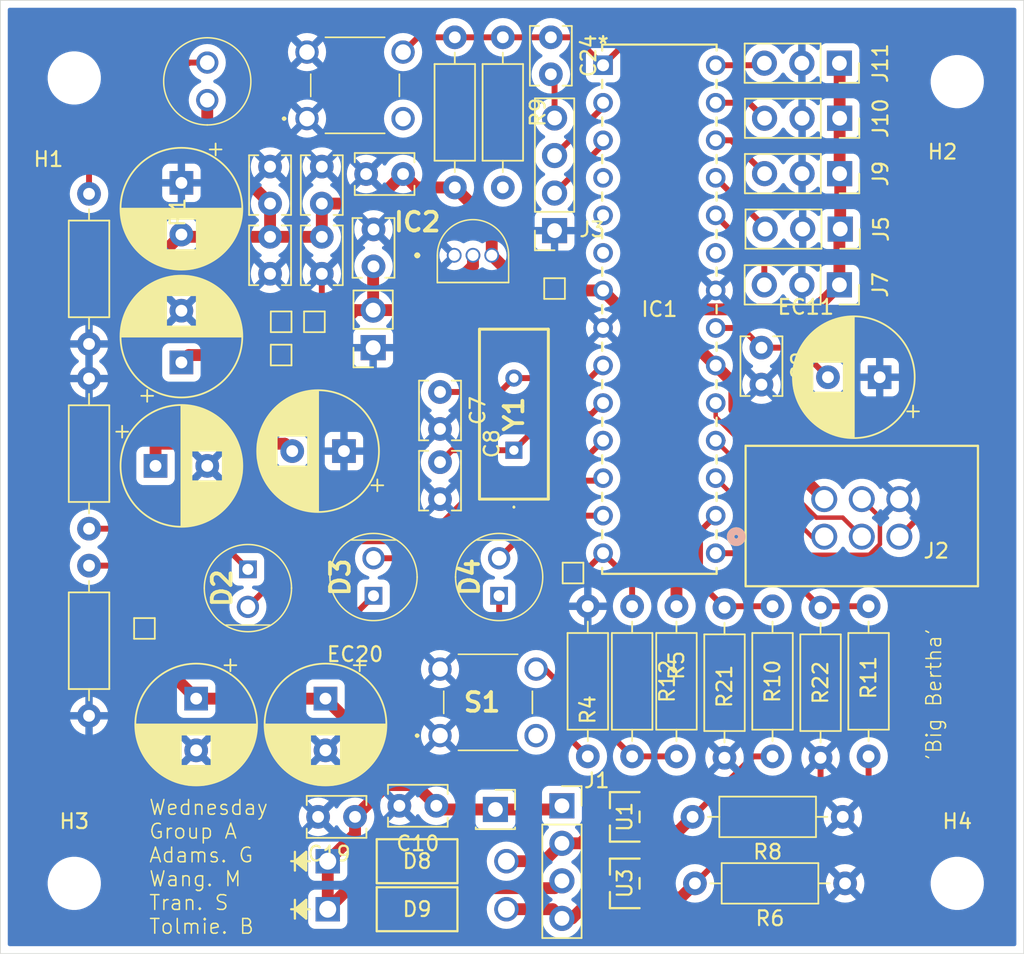
<source format=kicad_pcb>
(kicad_pcb (version 20240108) (generator "pcbnew") (generator_version "8.0")
  (title_block (title "MAIN PCB LAYOUT") (date "24/09/2024") (rev "3") (company "ENMT221") (comment 1 "SARAH TRAN"))
  (layers (0 "F.Cu" signal) (31 "B.Cu" signal) (34 "B.Paste" user) (35 "F.Paste" user) (36 "B.SilkS" user "B.Silkscreen") (37 "F.SilkS" user "F.Silkscreen") (38 "B.Mask" user) (39 "F.Mask" user) (44 "Edge.Cuts" user))
  (net 0 "")
  (net 1 "RESET")
  (net 2 "AVCC")
  (net 3 "GND")
  (net 4 "XIN")
  (net 5 "XOUT")
  (net 6 "Net-(IC1-AREF)")
  (net 7 "Net-(J3-Pin_4)")
  (net 8 "Net-(D1-K)")
  (net 9 "Net-(D2-K)")
  (net 10 "STAT1")
  (net 11 "STAT2")
  (net 12 "Net-(D3-K)")
  (net 13 "Net-(D4-K)")
  (net 14 "STAT3")
  (net 15 "Net-(D8-A)")
  (net 17 "MISO")
  (net 18 "Sensor2")
  (net 19 "Motor 1")
  (net 21 "MOTOR_CONTROL")
  (net 22 "Net-(IC1-(PCINT16{slash}RXD)_PD0)")
  (net 23 "SCK")
  (net 24 "Sensor3")
  (net 25 "Sensor4")
  (net 26 "MOSI")
  (net 27 "Sensor5")
  (net 28 "Net-(IC1-(PCINT17{slash}TXD)_PD1)")
  (net 30 "Motor 2")
  (net 32 "Net-(R10-Pad1)")
  (net 33 "Net-(R11-Pad2)")
  (net 36 "Net-(D9-A)")
  (net 37 "UnREG")
  (net 38 "Net-(D8-K)")
  (net 39 "Sensor1")
  (net 40 "Net-(S1-NO_1)")
  (net 41 "Net-(S2-NO_1)")
  (footprint "Capacitor_THT:C_Disc_D3.8mm_W2.6mm_P2.50mm" (layer "F.Cu") (at 155.25 114.25 180)
    (property "Reference" "C19" (at 1.75 -2.5 0) (layer "F.SilkS"))
    (property "Value" "100n" (hide yes))
    (pad "1" thru_hole circle (at 0 0 180) (size 1.6 1.6) (drill 0.8) (layers "*.Cu" "*.Mask") (net 38 "Net-(D8-K)"))
    (pad "2" thru_hole circle (at 2.5 0 180) (size 1.6 1.6) (drill 0.8) (layers "*.Cu" "*.Mask") (net 3 "GND"))
  )
  (footprint "Capacitor_THT:CP_Radial_D8.0mm_P3.50mm" (layer "F.Cu") (at 154.5 89.5 180)
    (property "Reference" "EC17" (hide yes))
    (property "Value" "1uF" (hide yes))
    (pad "1" thru_hole rect (at 0 0 180) (size 1.6 1.6) (drill 0.8) (layers "*.Cu" "*.Mask") (net 3 "GND"))
    (pad "2" thru_hole circle (at 3.5 0 180) (size 1.6 1.6) (drill 0.8) (layers "*.Cu" "*.Mask") (net 2 "AVCC"))
  )
  (footprint "Connector_PinSocket_2.54mm:PinSocket_1x03_P2.54mm_Vertical" (layer "F.Cu") (at 188.025 78.25 -90)
    (property "Reference" "J7" (at 0 -2.77 90) (layer "F.SilkS"))
    (property "Value" "Conn_01x03")
    (pad "1" thru_hole rect (at 0 0 270) (size 1.7 1.7) (drill 1) (layers "*.Cu" "*.Mask") (net 2 "AVCC"))
    (pad "2" thru_hole oval (at 0 2.54 270) (size 1.7 1.7) (drill 1) (layers "*.Cu" "*.Mask") (net 3 "GND"))
    (pad "3" thru_hole oval (at 0 5.08 270) (size 1.7 1.7) (drill 1) (layers "*.Cu" "*.Mask") (net 27 "Sensor5"))
  )
  (footprint "LFR_Footprints.prett:151051BS04000" (layer "F.Cu") (at 148 97.5 -90)
    (property "Reference" "D2" (at 1.27 1.75 90) (layer "F.SilkS") (effects (font (size 1.27 1.27) (thickness 0.254))))
    (property "Value" "LED" (hide yes))
    (pad "1" thru_hole rect (at 0 0 270) (size 1.2 1.2) (drill 0.75) (layers "*.Cu" "*.Mask") (net 9 "Net-(D2-K)"))
    (pad "2" thru_hole circle (at 2.54 0 270) (size 1.5 1.5) (drill 1) (layers "*.Cu" "*.Mask") (net 10 "STAT1"))
  )
  (footprint "LFR_Footprints.prett:Diode" (layer "F.Cu") (at 153.4033 120.5)
    (property "Reference" "D9" (at 6.0452 0 0) (layer "F.SilkS"))
    (property "Value" "1N4004" (hide yes))
    (pad "1" thru_hole rect (at 0 0) (size 1.651 1.651) (drill 1.143) (layers "*.Cu" "*.Mask") (net 38 "Net-(D8-K)"))
    (pad "2" thru_hole circle (at 12.0904 0) (size 1.651 1.651) (drill 1.143) (layers "*.Cu" "*.Mask") (net 36 "Net-(D9-A)"))
  )
  (footprint "LFR_Footprints.prett:Throughhole Resistor" (layer "F.Cu") (at 137.25 94.75 90)
    (property "Reference" "R2" (hide yes))
    (property "Value" "130")
    (pad "1" thru_hole circle (at 0 0 90) (size 1.6 1.6) (drill 0.8) (layers "*.Cu" "*.Mask") (net 9 "Net-(D2-K)"))
    (pad "2" thru_hole oval (at 10.16 0 90) (size 1.6 1.6) (drill 0.8) (layers "*.Cu" "*.Mask") (net 3 "GND"))
  )
  (footprint "LFR_Footprints.prett:Surface Mount MOSFET" (layer "F.Cu") (at 173.5 118.75 90)
    (property "Reference" "U3" (at 0 0 90) (layer "F.SilkS"))
    (property "Value" "BSR802NL6327HTSA1" (hide yes))
    (pad "1" smd rect (at -0.950001 1.1938 90) (size 0.508 1.3208) (layers "F.Cu" "F.Paste" "F.Mask") (net 33 "Net-(R11-Pad2)"))
    (pad "2" smd rect (at 0.950001 1.1938 90) (size 0.508 1.3208) (layers "F.Cu" "F.Paste" "F.Mask") (net 3 "GND"))
    (pad "3" smd rect (at 0 -1.1938 90) (size 0.508 1.3208) (layers "F.Cu" "F.Paste" "F.Mask") (net 36 "Net-(D9-A)"))
  )
  (footprint "MountingHole:MountingHole_3.2mm_M3" (layer "F.Cu") (at 196 64.5)
    (property "Reference" "H2" (at -1 4.75 0) (layer "F.SilkS"))
    (property "Value" "MountingHole" (hide yes))
    (pad "" np_thru_hole circle (at 0 0) (size 3.2 3.2) (drill 3.2) (layers "*.Cu" "*.Mask"))
  )
  (footprint "LFR_Footprints.prett:Throughhole Resistor" (layer "F.Cu") (at 171 110.16 90)
    (property "Reference" "R4" (at 3.16 0 90) (layer "F.SilkS"))
    (property "Value" "130")
    (pad "1" thru_hole circle (at 0 0 90) (size 1.6 1.6) (drill 0.8) (layers "*.Cu" "*.Mask") (net 13 "Net-(D4-K)"))
    (pad "2" thru_hole oval (at 10.16 0 90) (size 1.6 1.6) (drill 0.8) (layers "*.Cu" "*.Mask") (net 3 "GND"))
  )
  (footprint "LFR_Footprints.prett:Diode" (layer "F.Cu") (at 153.4033 117.25)
    (property "Reference" "D8" (at 6.0452 0 0) (layer "F.SilkS"))
    (property "Value" "1N4004" (hide yes))
    (pad "1" thru_hole rect (at 0 0) (size 1.651 1.651) (drill 1.143) (layers "*.Cu" "*.Mask") (net 38 "Net-(D8-K)"))
    (pad "2" thru_hole circle (at 12.0904 0) (size 1.651 1.651) (drill 1.143) (layers "*.Cu" "*.Mask") (net 15 "Net-(D8-A)"))
  )
  (footprint "MountingHole:MountingHole_3.2mm_M3" (layer "F.Cu") (at 196 118.75)
    (property "Reference" "H4" (at 0 -4.2 0) (layer "F.SilkS"))
    (property "Value" "MountingHole" (hide yes))
    (pad "" np_thru_hole circle (at 0 0) (size 3.2 3.2) (drill 3.2) (layers "*.Cu" "*.Mask"))
  )
  (footprint "TestPoint:TestPoint_Pad_1.0x1.0mm" (layer "F.Cu") (at 150.25 83)
    (property "Reference" "TP6" (hide yes))
    (property "Value" "TestPoint" (hide yes))
    (pad "1" smd rect (at 0 0) (size 1 1) (layers "F.Cu" "F.Mask") (net 37 "UnREG"))
  )
  (footprint "Capacitor_THT:C_Disc_D3.8mm_W2.6mm_P2.50mm" (layer "F.Cu") (at 156.5 77 90)
    (property "Reference" "C2" (hide yes))
    (property "Value" "100nF")
    (pad "1" thru_hole circle (at 0 0 90) (size 1.6 1.6) (drill 0.8) (layers "*.Cu" "*.Mask") (net 37 "UnREG"))
    (pad "2" thru_hole circle (at 2.5 0 90) (size 1.6 1.6) (drill 0.8) (layers "*.Cu" "*.Mask") (net 3 "GND"))
  )
  (footprint "Capacitor_THT:CP_Radial_D8.0mm_P3.50mm" (layer "F.Cu") (at 153.25 106.25 -90)
    (property "Reference" "EC20" (at -3 -2 180) (layer "F.SilkS"))
    (property "Value" "100u" (hide yes))
    (pad "1" thru_hole rect (at 0 0 270) (size 1.6 1.6) (drill 0.8) (layers "*.Cu" "*.Mask") (net 38 "Net-(D8-K)"))
    (pad "2" thru_hole circle (at 3.5 0 270) (size 1.6 1.6) (drill 0.8) (layers "*.Cu" "*.Mask") (net 3 "GND"))
  )
  (footprint "Capacitor_THT:CP_Radial_D8.0mm_P3.50mm" (layer "F.Cu") (at 143.5 71.347349 -90)
    (property "Reference" "EC16" (hide yes))
    (property "Value" "1uF")
    (pad "1" thru_hole rect (at 0 0 270) (size 1.6 1.6) (drill 0.8) (layers "*.Cu" "*.Mask") (net 3 "GND"))
    (pad "2" thru_hole circle (at 3.5 0 270) (size 1.6 1.6) (drill 0.8) (layers "*.Cu" "*.Mask") (net 2 "AVCC"))
  )
  (footprint "Capacitor_THT:C_Disc_D3.8mm_W2.6mm_P2.50mm" (layer "F.Cu") (at 153 72.75 90)
    (property "Reference" "C5" (hide yes))
    (property "Value" "100nF" (hide yes))
    (pad "1" thru_hole circle (at 0 0 90) (size 1.6 1.6) (drill 0.8) (layers "*.Cu" "*.Mask") (net 2 "AVCC"))
    (pad "2" thru_hole circle (at 2.5 0 90) (size 1.6 1.6) (drill 0.8) (layers "*.Cu" "*.Mask") (net 3 "GND"))
  )
  (footprint "LFR_Footprints.prett:Throughhole Resistor" (layer "F.Cu") (at 177 110.16 90)
    (property "Reference" "R5" (at 6.16 0 90) (layer "F.SilkS"))
    (property "Value" "10k" (hide yes))
    (pad "1" thru_hole circle (at 0 0 90) (size 1.6 1.6) (drill 0.8) (layers "*.Cu" "*.Mask") (net 40 "Net-(S1-NO_1)"))
    (pad "2" thru_hole oval (at 10.16 0 90) (size 1.6 1.6) (drill 0.8) (layers "*.Cu" "*.Mask") (net 2 "AVCC"))
  )
  (footprint "LFR_Footprints.prett:Throughhole Resistor" (layer "F.Cu") (at 165.25 61.5 -90)
    (property "Reference" "R9" (at 5.08 -2.37 90) (layer "F.SilkS"))
    (property "Value" "1k")
    (pad "1" thru_hole circle (at 0 0 270) (size 1.6 1.6) (drill 0.8) (layers "*.Cu" "*.Mask") (net 1 "RESET"))
    (pad "2" thru_hole oval (at 10.16 0 270) (size 1.6 1.6) (drill 0.8) (layers "*.Cu" "*.Mask") (net 41 "Net-(S2-NO_1)"))
  )
  (footprint "TestPoint:TestPoint_Pad_1.0x1.0mm" (layer "F.Cu") (at 168.75 78.5 -90)
    (property "Reference" "TP3" (hide yes))
    (property "Value" "TestPoint" (hide yes))
    (pad "1" smd rect (at 0 0 270) (size 1 1) (layers "F.Cu" "F.Mask") (net 2 "AVCC"))
  )
  (footprint "LFR_Footprints.prett:Throughhole Resistor" (layer "F.Cu") (at 174 100 -90)
    (property "Reference" "R12" (at 5.08 -2.37 90) (layer "F.SilkS"))
    (property "Value" "1k")
    (pad "1" thru_hole circle (at 0 0 270) (size 1.6 1.6) (drill 0.8) (layers "*.Cu" "*.Mask") (net 21 "MOTOR_CONTROL"))
    (pad "2" thru_hole oval (at 10.16 0 270) (size 1.6 1.6) (drill 0.8) (layers "*.Cu" "*.Mask") (net 40 "Net-(S1-NO_1)"))
  )
  (footprint "MountingHole:MountingHole_3.2mm_M3" (layer "F.Cu") (at 136.25 64.25)
    (property "Reference" "H1" (at -1.75 5.5 0) (layer "F.SilkS"))
    (property "Value" "MountingHole" (hide yes))
    (pad "" np_thru_hole circle (at 0 0) (size 3.2 3.2) (drill 3.2) (layers "*.Cu" "*.Mask"))
  )
  (footprint "LFR_Footprints.prett:Throughhole Resistor" (layer "F.Cu") (at 190 100 -90)
    (property "Reference" "R11" (at 4.83 0 90) (layer "F.SilkS"))
    (property "Value" "R" (hide yes))
    (pad "1" thru_hole circle (at 0 0 270) (size 1.6 1.6) (drill 0.8) (layers "*.Cu" "*.Mask") (net 19 "Motor 1"))
    (pad "2" thru_hole oval (at 10.16 0 270) (size 1.6 1.6) (drill 0.8) (layers "*.Cu" "*.Mask") (net 33 "Net-(R11-Pad2)"))
  )
  (footprint "LFR_Footprints.prett:MJTP1230" (layer "F.Cu") (at 161 108.75)
    (property "Reference" "S1" (at 2.844 -2.25 0) (layer "F.SilkS") (effects (font (size 1.27 1.27) (thickness 0.254))))
    (property "Value" "MJTP1230" (hide yes))
    (pad "1" thru_hole circle (at 0 0) (size 1.575 1.575) (drill 1.05) (layers "*.Cu" "*.Mask") (net 3 "GND"))
    (pad "2" thru_hole circle (at 6.5 0) (size 1.575 1.575) (drill 1.05) (layers "*.Cu" "*.Mask"))
    (pad "3" thru_hole circle (at 6.5 -4.5) (size 1.575 1.575) (drill 1.05) (layers "*.Cu" "*.Mask") (net 40 "Net-(S1-NO_1)"))
    (pad "4" thru_hole circle (at 0 -4.5) (size 1.575 1.575) (drill 1.05) (layers "*.Cu" "*.Mask") (net 3 "GND"))
  )
  (footprint "LFR_Footprints.prett:Throughhole Resistor" (layer "F.Cu") (at 183.5 110.16 90)
    (property "Reference" "R10" (at 5.08 0 90) (layer "F.SilkS"))
    (property "Value" "R" (hide yes))
    (pad "1" thru_hole circle (at 0 0 90) (size 1.6 1.6) (drill 0.8) (layers "*.Cu" "*.Mask") (net 32 "Net-(R10-Pad1)"))
    (pad "2" thru_hole oval (at 10.16 0 90) (size 1.6 1.6) (drill 0.8) (layers "*.Cu" "*.Mask") (net 30 "Motor 2"))
  )
  (footprint "LFR_Footprints.prett:Throughhole Resistor" (layer "F.Cu") (at 188.25 114.25 180)
    (property "Reference" "R8" (at 5.08 -2.37 0) (layer "F.SilkS"))
    (property "Value" "R")
    (pad "1" thru_hole circle (at 0 0 180) (size 1.6 1.6) (drill 0.8) (layers "*.Cu" "*.Mask") (net 3 "GND"))
    (pad "2" thru_hole oval (at 10.16 0 180) (size 1.6 1.6) (drill 0.8) (layers "*.Cu" "*.Mask") (net 32 "Net-(R10-Pad1)"))
  )
  (footprint "LFR_Footprints.prett:Throughhole Resistor" (layer "F.Cu") (at 180.25 110.25 90)
    (property "Reference" "R21" (at 4.83 0 90) (layer "F.SilkS"))
    (property "Value" "10k" (hide yes))
    (pad "1" thru_hole circle (at 0 0 90) (size 1.6 1.6) (drill 0.8) (layers "*.Cu" "*.Mask") (net 3 "GND"))
    (pad "2" thru_hole oval (at 10.16 0 90) (size 1.6 1.6) (drill 0.8) (layers "*.Cu" "*.Mask") (net 30 "Motor 2"))
  )
  (footprint "Capacitor_THT:C_Disc_D3.8mm_W2.6mm_P2.50mm" (layer "F.Cu") (at 161 85.5 -90)
    (property "Reference" "C7" (at 1.25 -2.55 90) (layer "F.SilkS"))
    (property "Value" "20pF" (hide yes))
    (pad "1" thru_hole circle (at 0 0 270) (size 1.6 1.6) (drill 0.8) (layers "*.Cu" "*.Mask") (net 4 "XIN"))
    (pad "2" thru_hole circle (at 2.5 0 270) (size 1.6 1.6) (drill 0.8) (layers "*.Cu" "*.Mask") (net 3 "GND"))
  )
  (footprint "LFR_Footprints.prett:Surface Mount MOSFET" (layer "F.Cu") (at 173.5 114.25 90)
    (property "Reference" "U1" (at 0 0 90) (layer "F.SilkS"))
    (property "Value" "BSR802NL6327HTSA1" (hide yes))
    (pad "1" smd rect (at -0.950001 1.1938 90) (size 0.508 1.3208) (layers "F.Cu" "F.Paste" "F.Mask") (net 32 "Net-(R10-Pad1)"))
    (pad "2" smd rect (at 0.950001 1.1938 90) (size 0.508 1.3208) (layers "F.Cu" "F.Paste" "F.Mask") (net 3 "GND"))
    (pad "3" smd rect (at 0 -1.1938 90) (size 0.508 1.3208) (layers "F.Cu" "F.Paste" "F.Mask") (net 15 "Net-(D8-A)"))
  )
  (footprint "Capacitor_THT:C_Disc_D3.8mm_W2.6mm_P2.50mm" (layer "F.Cu") (at 149.5 72.75 90)
    (property "Reference" "Cm2" (hide yes))
    (property "Value" "100nF" (hide yes))
    (pad "1" thru_hole circle (at 0 0 90) (size 1.6 1.6) (drill 0.8) (layers "*.Cu" "*.Mask") (net 2 "AVCC"))
    (pad "2" thru_hole circle (at 2.5 0 90) (size 1.6 1.6) (drill 0.8) (layers "*.Cu" "*.Mask") (net 3 "GND"))
  )
  (footprint "Capacitor_THT:C_Disc_D3.8mm_W2.6mm_P2.50mm" (layer "F.Cu") (at 182.75 82.5 -90)
    (property "Reference" "C9" (at 1.25 -2.55 90) (layer "F.SilkS"))
    (property "Value" "100nF")
    (pad "1" thru_hole circle (at 0 0 270) (size 1.6 1.6) (drill 0.8) (layers "*.Cu" "*.Mask") (net 6 "Net-(IC1-AREF)"))
    (pad "2" thru_hole circle (at 2.5 0 270) (size 1.6 1.6) (drill 0.8) (layers "*.Cu" "*.Mask") (net 3 "GND"))
  )
  (footprint "TestPoint:TestPoint_Pad_1.0x1.0mm" (layer "F.Cu") (at 141 101.5)
    (property "Reference" "TP5" (hide yes))
    (property "Value" "TestPoint" (hide yes))
    (pad "1" smd rect (at 0 0) (size 1 1) (layers "F.Cu" "F.Mask") (net 38 "Net-(D8-K)"))
  )
  (footprint "Connector_PinSocket_2.54mm:PinSocket_1x03_P2.54mm_Vertical" (layer "F.Cu") (at 188.08 74.475 -90)
    (property "Reference" "J5" (at 0 -2.77 90) (layer "F.SilkS"))
    (property "Value" "Conn_01x03")
    (pad "1" thru_hole rect (at 0 0 270) (size 1.7 1.7) (drill 1) (layers "*.Cu" "*.Mask") (net 2 "AVCC"))
    (pad "2" thru_hole oval (at 0 2.54 270) (size 1.7 1.7) (drill 1) (layers "*.Cu" "*.Mask") (net 3 "GND"))
    (pad "3" thru_hole oval (at 0 5.08 270) (size 1.7 1.7) (drill 1) (layers "*.Cu" "*.Mask") (net 25 "Sensor4"))
  )
  (footprint "Connector_PinSocket_2.54mm:PinSocket_1x02_P2.54mm_Vertical" (layer "F.Cu") (at 156.475 82.5 180)
    (property "Reference" "J6" (hide yes))
    (property "Value" "Conn_01x02_Pin" (hide yes))
    (pad "1" thru_hole rect (at 0 0 180) (size 1.7 1.7) (drill 1) (layers "*.Cu" "*.Mask") (net 3 "GND"))
    (pad "2" thru_hole oval (at 0 2.54 180) (size 1.7 1.7) (drill 1) (layers "*.Cu" "*.Mask") (net 37 "UnREG"))
  )
  (footprint "Connector_PinSocket_2.54mm:PinSocket_1x01_P2.54mm_Vertical" (layer "F.Cu") (at 164.75 113.75)
    (property "Reference" "J8" (hide yes))
    (property "Value" "UnREG" (hide yes))
    (pad "1" thru_hole rect (at 0 0) (size 1.7 1.7) (drill 1) (layers "*.Cu" "*.Mask") (net 38 "Net-(D8-K)"))
  )
  (footprint "Capacitor_THT:C_Disc_D3.8mm_W2.6mm_P2.50mm" (layer "F.Cu") (at 158.5 70.75 180)
    (property "Reference" "C3" (hide yes))
    (property "Value" "100nF" (hide yes))
    (pad "1" thru_hole circle (at 0 0 180) (size 1.6 1.6) (drill 0.8) (layers "*.Cu" "*.Mask") (net 2 "AVCC"))
    (pad "2" thru_hole circle (at 2.5 0 180) (size 1.6 1.6) (drill 0.8) (layers "*.Cu" "*.Mask") (net 3 "GND"))
  )
  (footprint "Connector_PinSocket_2.54mm:PinSocket_1x04_P2.54mm_Vertical" (layer "F.Cu") (at 169.25 113.5)
    (property "Reference" "J1" (at 2.3571 -1.71 0) (layer "F.SilkS"))
    (property "Value" "Motor Inputs" (hide yes))
    (pad "1" thru_hole rect (at 0 0) (size 1.7 1.7) (drill 1) (layers "*.Cu" "*.Mask") (net 38 "Net-(D8-K)"))
    (pad "2" thru_hole oval (at 0 2.54) (size 1.7 1.7) (drill 1) (layers "*.Cu" "*.Mask") (net 15 "Net-(D8-A)"))
    (pad "3" thru_hole oval (at 0 5.08) (size 1.7 1.7) (drill 1) (layers "*.Cu" "*.Mask") (net 38 "Net-(D8-K)"))
    (pad "4" thru_hole oval (at 0 7.62) (size 1.7 1.7) (drill 1) (layers "*.Cu" "*.Mask") (net 36 "Net-(D9-A)"))
  )
  (footprint "LFR_Footprints.prett:Throughhole Resistor" (layer "F.Cu") (at 162 61.5 -90)
    (property "Reference" "R7" (hide yes))
    (property "Value" "10k")
    (pad "1" thru_hole circle (at 0 0 270) (size 1.6 1.6) (drill 0.8) (layers "*.Cu" "*.Mask") (net 1 "RESET"))
    (pad "2" thru_hole oval (at 10.16 0 270) (size 1.6 1.6) (drill 0.8) (layers "*.Cu" "*.Mask") (net 2 "AVCC"))
  )
  (footprint "Capacitor_THT:CP_Radial_D8.0mm_P3.50mm" (layer "F.Cu") (at 141.75 90.5)
    (property "Reference" "EC4" (hide yes))
    (property "Value" "10uF")
    (pad "1" thru_hole rect (at 0 0) (size 1.6 1.6) (drill 0.8) (layers "*.Cu" "*.Mask") (net 2 "AVCC"))
    (pad "2" thru_hole circle (at 3.5 0) (size 1.6 1.6) (drill 0.8) (layers "*.Cu" "*.Mask") (net 3 "GND"))
  )
  (footprint "Capacitor_THT:C_Disc_D3.8mm_W2.6mm_P2.50mm" (layer "F.Cu") (at 160.75 113.5 180)
    (property "Reference" "C10" (at 1.25 -2.55 0) (layer "F.SilkS"))
    (property "Value" "100n" (hide yes))
    (pad "1" thru_hole circle (at 0 0 180) (size 1.6 1.6) (drill 0.8) (layers "*.Cu" "*.Mask") (net 38 "Net-(D8-K)"))
    (pad "2" thru_hole circle (at 2.5 0 180) (size 1.6 1.6) (drill 0.8) (layers "*.Cu" "*.Mask") (net 3 "GND"))
  )
  (footprint "Connector_PinSocket_2.54mm:PinSocket_1x04_P2.54mm_Vertical" (layer "F.Cu") (at 168.75 74.58 180)
    (property "Reference" "J3" (at -2.54 0.08 0) (layer "F.SilkS"))
    (property "Value" "Conn_01x04" (hide yes))
    (pad "1" thru_hole rect (at 0 0 180) (size 1.7 1.7) (drill 1) (layers "*.Cu" "*.Mask") (net 3 "GND"))
    (pad "2" thru_hole oval (at 0 2.54 180) (size 1.7 1.7) (drill 1) (layers "*.Cu" "*.Mask") (net 28 "Net-(IC1-(PCINT17{slash}TXD)_PD1)"))
    (pad "3" thru_hole oval (at 0 5.08 180) (size 1.7 1.7) (drill 1) (layers "*.Cu" "*.Mask") (net 22 "Net-(IC1-(PCINT16{slash}RXD)_PD0)"))
    (pad "4" thru_hole oval (at 0 7.62 180) (size 1.7 1.7) (drill 1) (layers "*.Cu" "*.Mask") (net 7 "Net-(J3-Pin_4)"))
  )
  (footprint "LFR_Footprints.prett:151051BS04000" (layer "F.Cu") (at 156.5 99.29 90)
    (property "Reference" "D3" (at 1.25 -2.25 90) (layer "F.SilkS") (effects (font (size 1.27 1.27) (thickness 0.254))))
    (property "Value" "LED" (hide yes))
    (pad "1" thru_hole rect (at 0 0 90) (size 1.2 1.2) (drill 0.75) (layers "*.Cu" "*.Mask") (net 12 "Net-(D3-K)"))
    (pad "2" thru_hole circle (at 2.54 0 90) (size 1.5 1.5) (drill 1) (layers "*.Cu" "*.Mask") (net 11 "STAT2"))
  )
  (footprint "Capacitor_THT:C_Disc_D3.8mm_W2.6mm_P2.50mm" (layer "F.Cu") (at 168.5 61.5 -90)
    (property "Reference" "C24" (at 1.25 -2.55 90) (layer "F.SilkS"))
    (property "Value" "0.1u")
    (pad "1" thru_hole circle (at 0 0 270) (size 1.6 1.6) (drill 0.8) (layers "*.Cu" "*.Mask") (net 1 "RESET"))
    (pad "2" thru_hole circle (at 2.5 0 270) (size 1.6 1.6) (drill 0.8) (layers "*.Cu" "*.Mask") (net 7 "Net-(J3-Pin_4)"))
  )
  (footprint "LFR_Footprints.prett:HC49US9216000ABJB" (layer "F.Cu") (at 166 89.44 90)
    (property "Reference" "Y1" (at 2.44 0 90) (layer "F.SilkS") (effects (font (size 1.27 1.27) (thickness 0.254))))
    (property "Value" "HC-49_U-S9216000ABJB" (hide yes))
    (pad "1" thru_hole rect (at 0 0 90) (size 1.155 1.155) (drill 0.63) (layers "*.Cu" "*.Mask") (net 5 "XOUT"))
    (pad "2" thru_hole circle (at 4.88 0 90) (size 1.155 1.155) (drill 0.63) (layers "*.Cu" "*.Mask") (net 4 "XIN"))
  )
  (footprint "Connector_PinSocket_2.54mm:PinSocket_1x03_P2.54mm_Vertical" (layer "F.Cu") (at 188.025 63.25 -90)
    (property "Reference" "J11" (at 0 -2.77 90) (layer "F.SilkS"))
    (property "Value" "Conn_01x03" (hide yes))
    (pad "1" thru_hole rect (at 0 0 270) (size 1.7 1.7) (drill 1) (layers "*.Cu" "*.Mask") (net 2 "AVCC"))
    (pad "2" thru_hole oval (at 0 2.54 270) (size 1.7 1.7) (drill 1) (layers "*.Cu" "*.Mask") (net 3 "GND"))
    (pad "3" thru_hole oval (at 0 5.08 270) (size 1.7 1.7) (drill 1) (layers "*.Cu" "*.Mask") (net 39 "Sensor1"))
  )
  (footprint "TestPoint:TestPoint_Pad_1.0x1.0mm" (layer "F.Cu") (at 170 97.75)
    (property "Reference" "TP4" (hide yes))
    (property "Value" "TestPoint" (hide yes))
    (pad "1" smd rect (at 0 0) (size 1 1) (layers "F.Cu" "F.Mask") (net 21 "MOTOR_CONTROL"))
  )
  (footprint "LFR_Footprints.prett:Throughhole Resistor" (layer "F.Cu") (at 137.25 97.25 -90)
    (property "Reference" "R3" (hide yes))
    (property "Value" "130")
    (pad "1" thru_hole circle (at 0 0 270) (size 1.6 1.6) (drill 0.8) (layers "*.Cu" "*.Mask") (net 12 "Net-(D3-K)"))
    (pad "2" thru_hole oval (at 10.16 0 270) (size 1.6 1.6) (drill 0.8) (layers "*.Cu" "*.Mask") (net 3 "GND"))
  )
  (footprint "LFR_Footprints.prett:Microcontroller" (layer "F.Cu") (at 172.033686 63.388903)
    (property "Reference" "IC1" (at 3.81 16.51 0) (layer "F.SilkS"))
    (property "Value" "ATMEGA328-PU")
    (fp_text user "*" (at 0 -1.4224 0) (layer "F.SilkS"))
    (fp_text user "*" (at 0 -1.4224 0) (layer "F.SilkS"))
    (pad "1" thru_hole rect (at 0 0) (size 1.3208 1.3208) (drill 0.8128) (layers "*.Cu" "*.Mask") (net 1 "RESET"))
    (pad "2" thru_hole circle (at 0 2.54) (size 1.3208 1.3208) (drill 0.8128) (layers "*.Cu" "*.Mask") (net 22 "Net-(IC1-(PCINT16{slash}RXD)_PD0)"))
    (pad "3" thru_hole circle (at 0 5.08) (size 1.3208 1.3208) (drill 0.8128) (layers "*.Cu" "*.Mask") (net 28 "Net-(IC1-(PCINT17{slash}TXD)_PD1)"))
    (pad "4" thru_hole circle (at 0 7.62) (size 1.3208 1.3208) (drill 0.8128) (layers "*.Cu" "*.Mask"))
    (pad "5" thru_hole circle (at 0 10.16) (size 1.3208 1.3208) (drill 0.8128) (layers "*.Cu" "*.Mask"))
    (pad "6" thru_hole circle (at 0 12.7) (size 1.3208 1.3208) (drill 0.8128) (layers "*.Cu" "*.Mask"))
    (pad "7" thru_hole circle (at 0 15.24) (size 1.3208 1.3208) (drill 0.8128) (layers "*.Cu" "*.Mask") (net 2 "AVCC"))
    (pad "8" thru_hole circle (at 0 17.78) (size 1.3208 1.3208) (drill 0.8128) (layers "*.Cu" "*.Mask") (net 3 "GND"))
    (pad "9" thru_hole circle (at 0 20.32) (size 1.3208 1.3208) (drill 0.8128) (layers "*.Cu" "*.Mask") (net 4 "XIN"))
    (pad "10" thru_hole circle (at 0 22.86) (size 1.3208 1.3208) (drill 0.8128) (layers "*.Cu" "*.Mask") (net 5 "XOUT"))
    (pad "11" thru_hole circle (at 0 25.4) (size 1.3208 1.3208) (drill 0.8128) (layers "*.Cu" "*.Mask") (net 10 "STAT1"))
    (pad "12" thru_hole circle (at 0 27.94) (size 1.3208 1.3208) (drill 0.8128) (layers "*.Cu" "*.Mask") (net 11 "STAT2"))
    (pad "13" thru_hole circle (at 0 30.48) (size 1.3208 1.3208) (drill 0.8128) (layers "*.Cu" "*.Mask") (net 14 "STAT3"))
    (pad "14" thru_hole circle (at 0 33.02) (size 1.3208 1.3208) (drill 0.8128) (layers "*.Cu" "*.Mask") (net 21 "MOTOR_CONTROL"))
    (pad "15" thru_hole circle (at 7.62 33.02) (size 1.3208 1.3208) (drill 0.8128) (layers "*.Cu" "*.Mask") (net 19 "Motor 1"))
    (pad "16" thru_hole circle (at 7.62 30.48) (size 1.3208 1.3208) (drill 0.8128) (layers "*.Cu" "*.Mask") (net 30 "Motor 2"))
    (pad "17" thru_hole circle (at 7.62 27.94) (size 1.3208 1.3208) (drill 0.8128) (layers "*.Cu" "*.Mask") (net 26 "MOSI"))
    (pad "18" thru_hole circle (at 7.62 25.4) (size 1.3208 1.3208) (drill 0.8128) (layers "*.Cu" "*.Mask") (net 17 "MISO"))
    (pad "19" thru_hole circle (at 7.62 22.86) (size 1.3208 1.3208) (drill 0.8128) (layers "*.Cu" "*.Mask") (net 23 "SCK"))
    (pad "20" thru_hole circle (at 7.62 20.32) (size 1.3208 1.3208) (drill 0.8128) (layers "*.Cu" "*.Mask") (net 2 "AVCC"))
    (pad "21" thru_hole circle (at 7.62 17.78) (size 1.3208 1.3208) (drill 0.8128) (layers "*.Cu" "*.Mask") (net 6 "Net-(IC1-AREF)"))
    (pad "22" thru_hole circle (at 7.62 15.24) (size 1.3208 1.3208) (drill 0.8128) (layers "*.Cu" "*.Mask") (net 3 "GND"))
    (pad "23" thru_hole circle (at 7.62 12.7) (size 1.3208 1.3208) (drill 0.8128) (layers "*.Cu" "*.Mask"))
    (pad "24" thru_hole circle (at 7.62 10.16) (size 1.3208 1.3208) (drill 0.8128) (layers "*.Cu" "*.Mask") (net 27 "Sensor5"))
    (pad "25" thru_hole circle (at 7.62 7.62) (size 1.3208 1.3208) (drill 0.8128) (layers "*.Cu" "*.Mask") (net 25 "Sensor4"))
    (pad "26" thru_hole circle (at 7.62 5.08) (size 1.3208 1.3208) (drill 0.8128) (layers "*.Cu" "*.Mask") (net 24 "Sensor3"))
    (pad "27" thru_hole circle (at 7.62 2.54) (size 1.3208 1.3208) (drill 0.8128) (layers "*.Cu" "*.Mask") (net 18 "Sensor2"))
    (pad "28" thru_hole circle (at 7.62 0) (size 1.3208 1.3208) (drill 0.8128) (layers "*.Cu" "*.Mask") (net 39 "Sensor1"))
  )
  (footprint "LFR_Footprints.prett:MCP17003302ETO" (layer "F.Cu") (at 161.96 76.25)
    (property "Reference" "IC2" (at -2.5 -2.25 0) (layer "F.SilkS") (effects (font (size 1.27 1.27) (thickness 0.254))))
    (property "Value" "MCP1700-3302E_TO" (hide yes))
    (pad "1" thru_hole circle (at 0 0) (size 1 1) (drill 0.7588) (layers "*.Cu" "*.Mask") (net 3 "GND"))
    (pad "2" thru_hole circle (at 1.27 0) (size 1 1) (drill 0.7588) (layers "*.Cu" "*.Mask") (net 37 "UnREG"))
    (pad "3" thru_hole circle (at 2.54 0) (size 1 1) (drill 0.7588) (layers "*.Cu" "*.Mask") (net 2 "AVCC"))
  )
  (footprint "LFR_Footprints.prett:MJTP1230" (layer "F.Cu") (at 152 67)
    (property "Reference" "S2" (hide yes))
    (property "Value" "MJTP1230" (hide yes))
    (pad "1" thru_hole circle (at 0 0) (size 1.575 1.575) (drill 1.05) (layers "*.Cu" "*.Mask") (net 3 "GND"))
    (pad "2" thru_hole circle (at 6.5 0) (size 1.575 1.575) (drill 1.05) (layers "*.Cu" "*.Mask"))
    (pad "3" thru_hole circle (at 6.5 -4.5) (size 1.575 1.575) (drill 1.05) (layers "*.Cu" "*.Mask") (net 1 "RESET"))
    (pad "4" thru_hole circle (at 0 -4.5) (size 1.575 1.575) (drill 1.05) (layers "*.Cu" "*.Mask") (net 3 "GND"))
  )
  (footprint "Capacitor_THT:CP_Radial_D8.0mm_P3.50mm" (layer "F.Cu") (at 144.5 106.25 -90)
    (property "Reference" "EC21" (hide yes))
    (property "Value" "100u" (hide yes))
    (pad "1" thru_hole rect (at 0 0 270) (size 1.6 1.6) (drill 0.8) (layers "*.Cu" "*.Mask") (net 38 "Net-(D8-K)"))
    (pad "2" thru_hole circle (at 3.5 0 270) (size 1.6 1.6) (drill 0.8) (layers "*.Cu" "*.Mask") (net 3 "GND"))
  )
  (footprint "LFR_Footprints.prett:151051VS04000" (layer "F.Cu") (at 145.25 63.21 -90)
    (property "Reference" "D1" (hide yes))
    (property "Value" "LED" (hide yes))
    (pad "1" thru_hole circle (at 0 0 270) (size 1.5 1.5) (drill 1) (layers "*.Cu" "*.Mask") (net 8 "Net-(D1-K)"))
    (pad "2" thru_hole circle (at 2.54 0 270) (size 1.5 1.5) (drill 1) (layers "*.Cu" "*.Mask") (net 2 "AVCC"))
  )
  (footprint "TestPoint:TestPoint_Pad_1.0x1.0mm" (layer "F.Cu") (at 150.25 80.75 -90)
    (property "Reference" "TP1" (hide yes))
    (property "Value" "TestPoint" (hide yes))
    (pad "5" smd rect (at 0 0 270) (size 1 1) (layers "F.Cu" "F.Mask") (net 2 "AVCC"))
  )
  (footprint "LFR_Footprints.prett:151051BS04000" (layer "F.Cu") (at 165 99.29 90)
    (property "Reference" "D4" (at 1.27 -2 90) (layer "F.SilkS") (effects (font (size 1.27 1.27) (thickness 0.254))))
    (property "Value" "LED" (hide yes))
    (pad "1" thru_hole rect (at 0 0 90) (size 1.2 1.2) (drill 0.75) (layers "*.Cu" "*.Mask") (net 13 "Net-(D4-K)"))
    (pad "2" thru_hole circle (at 2.54 0 90) (size 1.5 1.5) (drill 1) (layers "*.Cu" "*.Mask") (net 14 "STAT3"))
  )
  (footprint "Capacitor_THT:CP_Radial_D8.0mm_P3.50mm" (layer "F.Cu") (at 190.75 84.5 180)
    (property "Reference" "EC11" (at 5 4.75 0) (layer "F.SilkS"))
    (property "Value" "1uF")
    (pad "1" thru_hole rect (at 0 0 180) (size 1.6 1.6) (drill 0.8) (layers "*.Cu" "*.Mask") (net 3 "GND"))
    (pad "2" thru_hole circle (at 3.5 0 180) (size 1.6 1.6) (drill 0.8) (layers "*.Cu" "*.Mask") (net 6 "Net-(IC1-AREF)"))
  )
  (footprint "Capacitor_THT:C_Disc_D3.8mm_W2.6mm_P2.50mm" (layer "F.Cu") (at 161 90.25 -90)
    (property "Reference" "C8" (at -1.25 -3.5 -90) (layer "F.SilkS"))
    (property "Value" "20pF" (hide yes))
    (pad "1" thru_hole circle (at 0 0 270) (size 1.6 1.6) (drill 0.8) (layers "*.Cu" "*.Mask") (net 5 "XOUT"))
    (pad "2" thru_hole circle (at 2.5 0 270) (size 1.6 1.6) (drill 0.8) (layers "*.Cu" "*.Mask") (net 3 "GND"))
  )
  (footprint "Connector_PinSocket_2.54mm:PinSocket_1x03_P2.54mm_Vertical" (layer "F.Cu") (at 188.04 66.975 -90)
    (property "Reference" "J10" (at 0 -2.77 90) (layer "F.SilkS"))
    (property "Value" "Conn_01x03")
    (pad "1" thru_hole rect (at 0 0 270) (size 1.7 1.7) (drill 1) (layers "*.Cu" "*.Mask") (net 2 "AVCC"))
    (pad "2" thru_hole oval (at 0 2.54 270) (size 1.7 1.7) (drill 1) (layers "*.Cu" "*.Mask") (net 3 "GND"))
    (pad "3" thru_hole oval (at 0 5.08 270) (size 1.7 1.7) (drill 1) (layers "*.Cu" "*.Mask") (net 18 "Sensor2"))
  )
  (footprint "LFR_Footprints.prett:Throughhole Resistor" (layer "F.Cu") (at 137.25 72.09 -90)
    (property "Reference" "R1" (at 1.25 -6 90) (layer "F.SilkS"))
    (property "Value" "360R")
    (pad "1" thru_hole circle (at 0 0 270) (size 1.6 1.6) (drill 0.8) (layers "*.Cu" "*.Mask") (net 8 "Net-(D1-K)"))
    (pad "2" thru_hole oval (at 10.16 0 270) (size 1.6 1.6) (drill 0.8) (layers "*.Cu" "*.Mask") (net 3 "GND"))
  )
  (footprint "LFR_Footprints.prett:Throughhole Resistor" (layer "F.Cu") (at 186.75 110.25 90)
    (property "Reference" "R22" (at 5.08 0 90) (layer "F.SilkS"))
    (property "Value" "10k" (hide yes))
    (pad "1" thru_hole circle (at 0 0 90) (size 1.6 1.6) (drill 0.8) (layers "*.Cu" "*.Mask") (net 3 "GND"))
    (pad "2" thru_hole oval (at 10.16 0 90) (size 1.6 1.6) (drill 0.8) (layers "*.Cu" "*.Mask") (net 19 "Motor 1"))
  )
  (footprint "Capacitor_THT:CP_Radial_D8.0mm_P3.50mm" (layer "F.Cu") (at 143.5 83.5 90)
    (property "Reference" "EC1" (hide yes))
    (property "Value" "10uF")
    (pad "1" thru_hole rect (at 0 0 90) (size 1.6 1.6) (drill 0.8) (layers "*.Cu" "*.Mask") (net 37 "UnREG"))
    (pad "2" thru_hole circle (at 3.5 0 90) (size 1.6 1.6) (drill 0.8) (layers "*.Cu" "*.Mask") (net 3 "GND"))
  )
  (footprint "TestPoint:TestPoint_Pad_1.0x1.0mm" (layer "F.Cu") (at 152.5 80.75 -90)
    (property "Reference" "TP1" (hide yes))
    (property "Value" "TestPoint" (hide yes))
    (pad "1" smd rect (at 0 0 270) (size 1 1) (layers "F.Cu" "F.Mask") (net 3 "GND"))
  )
  (footprint "Capacitor_THT:C_Disc_D3.8mm_W2.6mm_P2.50mm" (layer "F.Cu") (at 149.5 75 -90)
    (property "Reference" "C14" (hide yes))
    (property "Value" "100nF" (hide yes))
    (pad "1" thru_hole circle (at 0 0 270) (size 1.6 1.6) (drill 0.8) (layers "*.Cu" "*.Mask") (net 2 "AVCC"))
    (pad "2" thru_hole circle (at 2.5 0 270) (size 1.6 1.6) (drill 0.8) (layers "*.Cu" "*.Mask") (net 3 "GND"))
  )
  (footprint "MountingHole:MountingHole_3.2mm_M3" (layer "F.Cu") (at 136.25 118.75)
    (property "Reference" "H3" (at 0 -4.2 0) (layer "F.SilkS"))
    (property "Value" "MountingHole" (hide yes))
    (pad "" np_thru_hole circle (at 0 0) (size 3.2 3.2) (drill 3.2) (layers "*.Cu" "*.Mask"))
  )
  (footprint "Capacitor_THT:C_Disc_D3.8mm_W2.6mm_P2.50mm" (layer "F.Cu") (at 153 75 -90)
    (property "Reference" "Cm1" (hide yes))
    (property "Value" "100nF" (hide yes))
    (pad "1" thru_hole circle (at 0 0 270) (size 1.6 1.6) (drill 0.8) (layers "*.Cu" "*.Mask") (net 2 "AVCC"))
    (pad "2" thru_hole circle (at 2.5 0 270) (size 1.6 1.6) (drill 0.8) (layers "*.Cu" "*.Mask") (net 3 "GND"))
  )
  (footprint "LFR_Footprints.prett:Throughhole Resistor" (layer "F.Cu") (at 188.41 118.75 180)
    (property "Reference" "R6" (at 5.08 -2.37 0) (layer "F.SilkS"))
    (property "Value" "R")
    (pad "1" thru_hole circle (at 0 0 180) (size 1.6 1.6) (drill 0.8) (layers "*.Cu" "*.Mask") (net 3 "GND"))
    (pad "2" thru_hole oval (at 10.16 0 180) (size 1.6 1.6) (drill 0.8) (layers "*.Cu" "*.Mask") (net 33 "Net-(R11-Pad2)"))
  )
  (footprint "Connector_PinSocket_2.54mm:PinSocket_1x03_P2.54mm_Vertical" (layer "F.Cu") (at 188.04 70.725 -90)
    (property "Reference" "J9" (at 0 -2.77 90) (layer "F.SilkS"))
    (property "Value" "Conn_01x03")
    (pad "1" thru_hole rect (at 0 0 270) (size 1.7 1.7) (drill 1) (layers "*.Cu" "*.Mask") (net 2 "AVCC"))
    (pad "2" thru_hole oval (at 0 2.54 270) (size 1.7 1.7) (drill 1) (layers "*.Cu" "*.Mask") (net 3 "GND"))
    (pad "3" thru_hole oval (at 0 5.08 270) (size 1.7 1.7) (drill 1) (layers "*.Cu" "*.Mask") (net 24 "Sensor3"))
  )
  (footprint "footprints:CONN_WR-BHD_61200621621_WRE" (layer "F.Cu") (at 187 95.29)
    (property "Reference" "J2" (at 7.58 0.96 0) (layer "F.SilkS"))
    (property "Value" "AVR-ISP-6" (hide yes))
    (pad "1" thru_hole circle (at 0 0) (size 1.7526 1.7526) (drill 1.2446) (layers "*.Cu" "*.Mask") (net 17 "MISO"))
    (pad "2" thru_hole circle (at 0 -2.54) (size 1.7526 1.7526) (drill 1.2446) (layers "*.Cu" "*.Mask") (net 2 "AVCC"))
    (pad "3" thru_hole circle (at 2.54 0) (size 1.7526 1.7526) (drill 1.2446) (layers "*.Cu" "*.Mask") (net 23 "SCK"))
    (pad "4" thru_hole circle (at 2.54 -2.54) (size 1.7526 1.7526) (drill 1.2446) (layers "*.Cu" "*.Mask") (net 26 "MOSI"))
    (pad "5" thru_hole circle (at 5.08 0) (size 1.7526 1.7526) (drill 1.2446) (layers "*.Cu" "*.Mask") (net 1 "RESET"))
    (pad "6" thru_hole circle (at 5.08 -2.54) (size 1.7526 1.7526) (drill 1.2446) (layers "*.Cu" "*.Mask") (net 3 "GND"))
  )
  (gr_rect (start 131.25 59) (end 200.5 123.5) (stroke (width 0.05)) (fill none) (layer "Edge.Cuts"))
  (gr_text "'Big Bertha'" (at 195 110.5 90) (layer "F.SilkS") (effects (font (size 1 1) (thickness 0.1)) (justify left bottom)))
  (gr_text "\nWednesday \nGroup A\nAdams. G\nWang. M\nTran. S\nTolmie. B" (at 141.25 122.25 0) (layer "F.SilkS") (effects (font (size 1 1) (thickness 0.1)) (justify left bottom)))
  (segment (start 174.422589 61) (end 189 61) (width 0.4) (layer "F.Cu") (net 1))
  (segment (start 191.5 63.5) (end 191.5 80) (width 0.4) (layer "F.Cu") (net 1))
  (segment (start 193.75 93.62) (end 192.08 95.29) (width 0.4) (layer "F.Cu") (net 1))
  (segment (start 159.5 61.5) (end 158.5 62.5) (width 0.4) (layer "F.Cu") (net 1))
  (segment (start 170.144783 61.5) (end 172.033686 63.388903) (width 0.4) (layer "F.Cu") (net 1))
  (segment (start 193.75 82.25) (end 193.75 93.62) (width 0.4) (layer "F.Cu") (net 1))
  (segment (start 191.5 80) (end 193.75 82.25) (width 0.4) (layer "F.Cu") (net 1))
  (segment (start 189 61) (end 191.5 63.5) (width 0.4) (layer "F.Cu") (net 1))
  (segment (start 172.033686 63.388903) (end 174.422589 61) (width 0.4) (layer "F.Cu") (net 1))
  (segment (start 162 61.5) (end 165.25 61.5) (width 0.4) (layer "F.Cu") (net 1))
  (segment (start 162 61.5) (end 159.5 61.5) (width 0.4) (layer "F.Cu") (net 1))
  (segment (start 168.5 61.5) (end 170.144783 61.5) (width 0.4) (layer "F.Cu") (net 1))
  (segment (start 165.25 61.5) (end 168.5 61.5) (width 0.4) (layer "F.Cu") (net 1))
  (segment (start 149.5 72.75) (end 149.5 75) (width 0.8) (layer "F.Cu") (net 2))
  (segment (start 145.25 65.75) (end 145.25 68.5) (width 0.8) (layer "F.Cu") (net 2))
  (segment (start 179.653686 83.708903) (end 180.914086 84.969303) (width 0.8) (layer "F.Cu") (net 2))
  (segment (start 141.75 89) (end 150.5 89) (width 0.8) (layer "F.Cu") (net 2))
  (segment (start 168.878903 78.628903) (end 168.75 78.5) (width 0.8) (layer "F.Cu") (net 2))
  (segment (start 168.75 78.5) (end 166.75 78.5) (width 0.8) (layer "F.Cu") (net 2))
  (segment (start 174 80.62) (end 176.54 80.62) (width 0.8) (layer "F.Cu") (net 2))
  (segment (start 188.025 78.25) (end 188.025 74.53) (width 0.8) (layer "F.Cu") (net 2))
  (segment (start 172.033686 78.628903) (end 168.878903 78.628903) (width 0.8) (layer "F.Cu") (net 2))
  (segment (start 188.025 74.53) (end 188.08 74.475) (width 0.8) (layer "F.Cu") (net 2))
  (segment (start 156.5 72.75) (end 153 72.75) (width 0.8) (layer "F.Cu") (net 2))
  (segment (start 153 72.75) (end 153 75) (width 0.8) (layer "F.Cu") (net 2))
  (segment (start 162 71.66) (end 159.41 71.66) (width 0.8) (layer "F.Cu") (net 2))
  (segment (start 153 75) (end 149.5 75) (width 0.8) (layer "F.Cu") (net 2))
  (segment (start 188.04 63.265) (end 188.025 63.25) (width 0.8) (layer "F.Cu") (net 2))
  (segment (start 178.171497 79.908503) (end 186.366497 79.908503) (width 0.8) (layer "F.Cu") (net 2))
  (segment (start 143.5 74.847349) (end 141.75 76.597349) (width 0.8) (layer "F.Cu") (net 2))
  (segment (start 147.75 75) (end 143.652651 75) (width 0.8) (layer "F.Cu") (net 2))
  (segment (start 145.25 68.5) (end 149.5 72.75) (width 0.8) (layer "F.Cu") (net 2))
  (segment (start 176.54 80.62) (end 177 81.08) (width 0.8) (layer "F.Cu") (net 2))
  (segment (start 188.04 66.975) (end 188.04 63.265) (width 0.8) (layer "F.Cu") (net 2))
  (segment (start 164.5 76.25) (end 164.5 74.16) (width 0.8) (layer "F.Cu") (net 2))
  (segment (start 186.366497 79.908503) (end 188.025 78.25) (width 0.8) (layer "F.Cu") (net 2))
  (segment (start 176.54 80.62) (end 179.62 83.7) (width 0.8) (layer "F.Cu") (net 2))
  (segment (start 180.914086 84.969303) (end 180.914086 86.664086) (width 0.8) (layer "F.Cu") (net 2))
  (segment (start 188.08 74.475) (end 188.08 70.765) (width 0.8) (layer "F.Cu") (net 2))
  (segment (start 177 81.08) (end 177 100) (width 0.8) (layer "F.Cu") (net 2))
  (segment (start 158.5 70.75) (end 156.5 72.75) (width 0.8) (layer "F.Cu") (net 2))
  (segment (start 147.75 75) (end 147.75 78.25) (width 0.8) (layer "F.Cu") (net 2))
  (segment (start 172 78.62) (end 174 80.62) (width 0.8) (layer "F.Cu") (net 2))
  (segment (start 149.5 75) (end 147.75 75) (width 0.8) (layer "F.Cu") (net 2))
  (segment (start 141.75 76.597349) (end 141.75 89) (width 0.8) (layer "F.Cu") (net 2))
  (segment (start 171.88 78.5) (end 172 78.62) (width 0.8) (layer "F.Cu") (net 2))
  (segment (start 150.5 89) (end 151 89.5) (width 0.8) (layer "F.Cu") (net 2))
  (segment (start 188.08 70.765) (end 188.04 70.725) (width 0.8) (layer "F.Cu") (net 2))
  (segment (start 159.41 71.66) (end 158.5 70.75) (width 0.8) (layer "F.Cu") (net 2))
  (segment (start 177 81.08) (end 178.171497 79.908503) (width 0.8) (layer "F.Cu") (net 2))
  (segment (start 164.5 74.16) (end 162 71.66) (width 0.8) (layer "F.Cu") (net 2))
  (segment (start 188.04 70.725) (end 188.04 66.975) (width 0.8) (layer "F.Cu") (net 2))
  (segment (start 166.75 78.5) (end 164.5 76.25) (width 0.8) (layer "F.Cu") (net 2))
  (segment (start 141.75 89) (end 141.75 90.5) (width 0.8) (layer "F.Cu") (net 2))
  (segment (start 147.75 78.25) (end 150.25 80.75) (width 0.8) (layer "F.Cu") (net 2))
  (segment (start 143.652651 75) (end 143.5 74.847349) (width 0.8) (layer "F.Cu") (net 2))
  (segment (start 180.914086 86.664086) (end 187 92.75) (width 0.8) (layer "F.Cu") (net 2))
  (segment (start 174.6938 113.299999) (end 174.700001 113.299999) (width 0.4) (layer "F.Cu") (net 3))
  (segment (start 153 77.5) (end 153 80.25) (width 0.4) (layer "F.Cu") (net 3))
  (segment (start 173.3666 116.472799) (end 174.6938 117.799999) (width 0.4) (layer "F.Cu") (net 3))
  (segment (start 153 80.25) (end 152.5 80.75) (width 0.4) (layer "F.Cu") (net 3))
  (segment (start 174.6938 113.299999) (end 173.3666 114.627199) (width 0.4) (layer "F.Cu") (net 3))
  (segment (start 173.3666 114.627199) (end 173.3666 116.472799) (width 0.4) (layer "F.Cu") (net 3))
  (segment (start 178.5 112) (end 180.25 110.25) (width 0.4) (layer "F.Cu") (net 3))
  (segment (start 176 112) (end 178.5 112) (width 0.4) (layer "F.Cu") (net 3))
  (segment (start 186.75 110.25) (end 186.75 112.75) (width 0.4) (layer "F.Cu") (net 3))
  (segment (start 174.700001 113.299999) (end 176 112) (width 0.4) (layer "F.Cu") (net 3))
  (segment (start 186.75 112.75) (end 188.25 114.25) (width 0.4) (layer "F.Cu") (net 3))
  (segment (start 166 84.56) (end 171.14 84.56) (width 0.4) (layer "F.Cu") (net 4))
  (segment (start 166.1 84.46) (end 166 84.56) (width 0.2) (layer "F.Cu") (net 4))
  (segment (start 161 85.5) (end 165.06 85.5) (width 0.4) (layer "F.Cu") (net 4))
  (segment (start 171.14 84.56) (end 172 83.7) (width 0.4) (layer "F.Cu") (net 4))
  (segment (start 165.06 85.5) (end 166 84.56) (width 0.4) (layer "F.Cu") (net 4))
  (segment (start 161.81 89.44) (end 166 89.44) (width 0.4) (layer "F.Cu") (net 5))
  (segment (start 161 90.25) (end 161.81 89.44) (width 0.4) (layer "F.Cu") (net 5))
  (segment (start 171.24 87) (end 172 86.24) (width 0.4) (layer "F.Cu") (net 5))
  (segment (start 165.94 89.5) (end 166 89.44) (width 0.2) (layer "F.Cu") (net 5))
  (segment (start 168.44 87) (end 171.24 87) (width 0.4) (layer "F.Cu") (net 5))
  (segment (start 168.44 87) (end 166 89.44) (width 0.4) (layer "F.Cu") (net 5))
  (segment (start 185.25 82.5) (end 187.25 84.5) (width 0.4) (layer "F.Cu") (net 6))
  (segment (start 182.75 82.5) (end 185.25 82.5) (width 0.4) (layer "F.Cu") (net 6))
  (segment (start 181.418903 81.168903) (end 182.75 82.5) (width 0.4) (layer "F.Cu") (net 6))
  (segment (start 179.653686 81.168903) (end 181.418903 81.168903) (width 0.4) (layer "F.Cu") (net 6))
  (segment (start 168.75 64.25) (end 168.5 64) (width 0.4) (layer "F.Cu") (net 7))
  (segment (start 168.75 66.96) (end 168.75 64.25) (width 0.4) (layer "F.Cu") (net 7))
  (segment (start 144.04 63.21) (end 145.25 63.21) (width 0.4) (layer "F.Cu") (net 8))
  (segment (start 143.5 63.25) (end 144 63.25) (width 0.4) (layer "F.Cu") (net 8))
  (segment (start 137.25 72.09) (end 137.25 69.5) (width 0.4) (layer "F.Cu") (net 8))
  (segment (start 137.25 69.5) (end 143.5 63.25) (width 0.4) (layer "F.Cu") (net 8))
  (segment (start 144 63.25) (end 144.04 63.21) (width 0.4) (layer "F.Cu") (net 8))
  (segment (start 148 97.5) (end 145.25 94.75) (width 0.4) (layer "F.Cu") (net 9))
  (segment (start 145.25 94.75) (end 137.25 94.75) (width 0.4) (layer "F.Cu") (net 9))
  (segment (start 159.9 95.6) (end 152.44 95.6) (width 0.4) (layer "F.Cu") (net 10))
  (segment (start 169.922589 90.9) (end 164.6 90.9) (width 0.4) (layer "F.Cu") (net 10))
  (segment (start 164.6 90.9) (end 159.9 95.6) (width 0.4) (layer "F.Cu") (net 10))
  (segment (start 172.033686 88.788903) (end 169.922589 90.9) (width 0.4) (layer "F.Cu") (net 10))
  (segment (start 152.44 95.6) (end 148 100.04) (width 0.4) (layer "F.Cu") (net 10))
  (segment (start 171.82 91.5) (end 172 91.32) (width 0.2) (layer "F.Cu") (net 11))
  (segment (start 160.25 96.75) (end 156.5 96.75) (width 0.4) (layer "F.Cu") (net 11))
  (segment (start 165.5 91.5) (end 171.82 91.5) (width 0.4) (layer "F.Cu") (net 11))
  (segment (start 165.5 91.5) (end 160.25 96.75) (width 0.4) (layer "F.Cu") (net 11))
  (segment (start 137.25 97.25) (end 142.25 97.25) (width 0.4) (layer "F.Cu") (net 12))
  (segment (start 154.29 101.5) (end 156.5 99.29) (width 0.4) (layer "F.Cu") (net 12))
  (segment (start 146.5 101.5) (end 154.29 101.5) (width 0.4) (layer "F.Cu") (net 12))
  (segment (start 142.25 97.25) (end 146.5 101.5) (width 0.4) (layer "F.Cu") (net 12))
  (segment (start 165 104.16) (end 165 99.29) (width 0.4) (layer "F.Cu") (net 13))
  (segment (start 171 110.16) (end 165 104.16) (width 0.4) (layer "F.Cu") (net 13))
  (segment (start 167.881097 93.868903) (end 172.033686 93.868903) (width 0.4) (layer "F.Cu") (net 14))
  (segment (start 172 94) (end 171.7535 93.7535) (width 0.2) (layer "F.Cu") (net 14))
  (segment (start 165 96.75) (end 167.881097 93.868903) (width 0.4) (layer "F.Cu") (net 14))
  (segment (start 170.5162 116.04) (end 172.3062 114.25) (width 0.8) (layer "F.Cu") (net 15))
  (segment (start 169.25 116.04) (end 170.5162 116.04) (width 0.8) (layer "F.Cu") (net 15))
  (segment (start 165.4937 117.25) (end 168.04 117.25) (width 0.8) (layer "F.Cu") (net 15))
  (segment (start 168.04 117.25) (end 169.25 116.04) (width 0.8) (layer "F.Cu") (net 15))
  (segment (start 186.154783 95.29) (end 187 95.29) (width 0.3) (layer "F.Cu") (net 17))
  (segment (start 179.62 88.78) (end 180.24 88.78) (width 0.2) (layer "F.Cu") (net 17))
  (segment (start 179.653686 88.788903) (end 186.154783 95.29) (width 0.3) (layer "F.Cu") (net 17))
  (segment (start 181.913903 65.928903) (end 182.96 66.975) (width 0.4) (layer "F.Cu") (net 18))
  (segment (start 179.653686 65.928903) (end 181.913903 65.928903) (width 0.4) (layer "F.Cu") (net 18))
  (segment (start 182.781097 67.153903) (end 182.96 66.975) (width 0.4) (layer "F.Cu") (net 18))
  (segment (start 186.84 100) (end 186.75 100.09) (width 0.4) (layer "F.Cu") (net 19))
  (segment (start 190 100) (end 186.84 100) (width 0.4) (layer "F.Cu") (net 19))
  (segment (start 186.75 100.09) (end 183.068903 96.408903) (width 0.4) (layer "F.Cu") (net 19))
  (segment (start 183.068903 96.408903) (end 179.653686 96.408903) (width 0.4) (layer "F.Cu") (net 19))
  (segment (start 174 98.375217) (end 174 100) (width 0.4) (layer "F.Cu") (net 21))
  (segment (start 170.692589 97.75) (end 170 97.75) (width 0.4) (layer "F.Cu") (net 21))
  (segment (start 172.033686 96.408903) (end 170.692589 97.75) (width 0.4) (layer "F.Cu") (net 21))
  (segment (start 172.033686 96.408903) (end 174 98.375217) (width 0.4) (layer "F.Cu") (net 21))
  (segment (start 168.75 69.5) (end 172.033686 66.216314) (width 0.4) (layer "F.Cu") (net 22))
  (segment (start 172.033686 66.216314) (end 172.033686 65.928903) (width 0.4) (layer "F.Cu") (net 22))
  (segment (start 179.653686 86.248903) (end 179.653686 87.182849) (width 0.3) (layer "F.Cu") (net 23))
  (segment (start 186.470837 94) (end 188.25 94) (width 0.3) (layer "F.Cu") (net 23))
  (segment (start 188.25 94) (end 189.54 95.29) (width 0.3) (layer "F.Cu") (net 23))
  (segment (start 179.653686 87.182849) (end 186.470837 94) (width 0.3) (layer "F.Cu") (net 23))
  (segment (start 180.703903 68.468903) (end 182.96 70.725) (width 0.4) (layer "F.Cu") (net 24))
  (segment (start 179.653686 68.468903) (end 180.703903 68.468903) (width 0.4) (layer "F.Cu") (net 24))
  (segment (start 179.653686 71.008903) (end 183 74.355217) (width 0.4) (layer "F.Cu") (net 25))
  (segment (start 183 74.355217) (end 183 74.475) (width 0.4) (layer "F.Cu") (net 25))
  (segment (start 190.7663 93.9763) (end 189.54 92.75) (width 0.3) (layer "F.Cu") (net 26))
  (segment (start 190.047951 96.5163) (end 190.7663 95.797951) (width 0.3) (layer "F.Cu") (net 26))
  (segment (start 179.653686 91.328903) (end 184.841083 96.5163) (width 0.3) (layer "F.Cu") (net 26))
  (segment (start 190.7663 95.797951) (end 190.7663 93.9763) (width 0.3) (layer "F.Cu") (net 26))
  (segment (start 184.841083 96.5163) (end 190.047951 96.5163) (width 0.3) (layer "F.Cu") (net 26))
  (segment (start 179.653686 73.548903) (end 182.945 76.840217) (width 0.4) (layer "F.Cu") (net 27))
  (segment (start 182.945 76.840217) (end 182.945 78.25) (width 0.4) (layer "F.Cu") (net 27))
  (segment (start 172.033686 68.756314) (end 172.033686 68.468903) (width 0.4) (layer "F.Cu") (net 28))
  (segment (start 168.75 72.04) (end 172.033686 68.756314) (width 0.4) (layer "F.Cu") (net 28))
  (segment (start 180.34 100) (end 180.25 100.09) (width 0.4) (layer "F.Cu") (net 30))
  (segment (start 178.593286 98.433286) (end 178.593286 94.929303) (width 0.4) (layer "F.Cu") (net 30))
  (segment (start 183.5 100) (end 180.34 100) (width 0.4) (layer "F.Cu") (net 30))
  (segment (start 180.25 100.09) (end 178.593286 98.433286) (width 0.4) (layer "F.Cu") (net 30))
  (segment (start 179.62 93.86) (end 180.2 93.86) (width 0.2) (layer "F.Cu") (net 30))
  (segment (start 178.593286 94.929303) (end 179.653686 93.868903) (width 0.4) (layer "F.Cu") (net 30))
  (segment (start 183.5 110.16) (end 182.18 110.16) (width 0.4) (layer "F.Cu") (net 32))
  (segment (start 177.139999 115.200001) (end 178.09 114.25) (width 0.8) (layer "F.Cu") (net 32))
  (segment (start 182.18 110.16) (end 178.09 114.25) (width 0.4) (layer "F.Cu") (net 32))
  (segment (start 174.6938 115.200001) (end 177.139999 115.200001) (width 0.8) (layer "F.Cu") (net 32))
  (segment (start 174.6938 119.700001) (end 177.299999 119.700001) (width 0.8) (layer "F.Cu") (net 33))
  (segment (start 190 110.16) (end 190 115.25) (width 0.4) (layer "F.Cu") (net 33))
  (segment (start 180.25 116.75) (end 178.25 118.75) (width 0.4) (layer "F.Cu") (net 33))
  (segment (start 177.299999 119.700001) (end 178.25 118.75) (width 0.8) (layer "F.Cu") (net 33))
  (segment (start 188.5 116.75) (end 180.25 116.75) (width 0.4) (layer "F.Cu") (net 33))
  (segment (start 190 115.25) (end 188.5 116.75) (width 0.4) (layer "F.Cu") (net 33))
  (segment (start 169.25 121.12) (end 169.9362 121.12) (width 0.8) (layer "F.Cu") (net 36))
  (segment (start 165.4937 120.5) (end 168.63 120.5) (width 0.8) (layer "F.Cu") (net 36))
  (segment (start 169.9362 121.12) (end 172.3062 118.75) (width 0.8) (layer "F.Cu") (net 36))
  (segment (start 168.63 120.5) (end 169.25 121.12) (width 0.8) (layer "F.Cu") (net 36))
  (segment (start 163.23 76.25) (end 163.23 76.957106) (width 0.8) (layer "F.Cu") (net 37))
  (segment (start 150.25 83) (end 144 83) (width 0.8) (layer "F.Cu") (net 37))
  (segment (start 154.5 82) (end 153.5 83) (width 0.8) (layer "F.Cu") (net 37))
  (segment (start 156.475 79.96) (end 155.272919 79.96) (width 0.8) (layer "F.Cu") (net 37))
  (segment (start 154.5 80.732919) (end 154.5 82) (width 0.8) (layer "F.Cu") (net 37))
  (segment (start 155.272919 79.96) (end 154.5 80.732919) (width 0.8) (layer "F.Cu") (net 37))
  (segment (start 160.227106 79.96) (end 156.475 79.96) (width 0.8) (layer "F.Cu") (net 37))
  (segment (start 153.5 83) (end 150.25 83) (width 0.8) (layer "F.Cu") (net 37))
  (segment (start 144 83) (end 143.5 83.5) (width 0.8) (layer "F.Cu") (net 37))
  (segment (start 156.475 79.96) (end 156.475 77.025) (width 0.8) (layer "F.Cu") (net 37))
  (segment (start 156.475 77.025) (end 156.5 77) (width 0.8) (layer "F.Cu") (net 37))
  (segment (start 163.23 76.957106) (end 160.227106 79.96) (width 0.8) (layer "F.Cu") (net 37))
  (segment (start 160.75 113.5) (end 159.35 112.1) (width 0.8) (layer "F.Cu") (net 38))
  (segment (start 141 101.5) (end 141 102.75) (width 0.8) (layer "F.Cu") (net 38))
  (segment (start 159.35 112.1) (end 157.4 112.1) (width 0.8) (layer "F.Cu") (net 38))
  (segment (start 169 113.75) (end 169.25 113.5) (width 0.8) (layer "F.Cu") (net 38))
  (segment (start 157.4 112.1) (end 157.4 110.4) (width 0.8) (layer "F.Cu") (net 38))
  (segment (start 157.4 110.4) (end 153.25 106.25) (width 0.8) (layer "F.Cu") (net 38))
  (segment (start 168.7555 119.0745) (end 169.25 118.58) (width 0.8) (layer "F.Cu") (net 38))
  (segment (start 155.25 114.25) (end 155.25 115.4033) (width 0.8) (layer "F.Cu") (net 38))
  (segment (start 157.4 112.1) (end 155.25 114.25) (width 0.8) (layer "F.Cu") (net 38))
  (segment (start 153.4033 120.5) (end 154.8288 119.0745) (width 0.8) (layer "F.Cu") (net 38))
  (segment (start 141 102.75) (end 144.5 106.25) (width 0.8) (layer "F.Cu") (net 38))
  (segment (start 155.25 115.4033) (end 153.4033 117.25) (width 0.8) (layer "F.Cu") (net 38))
  (segment (start 153.4033 117.25) (end 153.4033 120.5) (width 0.8) (layer "F.Cu") (net 38))
  (segment (start 161 113.75) (end 160.75 113.5) (width 0.8) (layer "F.Cu") (net 38))
  (segment (start 144.5 106.25) (end 153.25 106.25) (width 0.8) (layer "F.Cu") (net 38))
  (segment (start 164.75 113.75) (end 161 113.75) (width 0.8) (layer "F.Cu") (net 38))
  (segment (start 154.8288 119.0745) (end 168.7555 119.0745) (width 0.8) (layer "F.Cu") (net 38))
  (segment (start 164.75 113.75) (end 169 113.75) (width 0.8) (layer "F.Cu") (net 38))
  (segment (start 182.806097 63.388903) (end 182.945 63.25) (width 0.4) (layer "F.Cu") (net 39))
  (segment (start 179.653686 63.388903) (end 182.806097 63.388903) (width 0.4) (layer "F.Cu") (net 39))
  (segment (start 174 110.16) (end 177 110.16) (width 0.4) (layer "F.Cu") (net 40))
  (segment (start 168.09 104.25) (end 167.5 104.25) (width 0.4) (layer "F.Cu") (net 40))
  (segment (start 174 110.16) (end 168.09 104.25) (width 0.4) (layer "F.Cu") (net 40))
  (zone (net 3) (net_name "GND") (layer "B.Cu") (connect_pads (clearance 0.5)) (min_thickness 0.25) (fill yes (thermal_gap 0.5) (thermal_bridge_width 0.5))
    (polygon (pts (xy 200 123) (xy 131.75 123) (xy 131.75 59.5) (xy 200 59.5)))
  )
)
</source>
